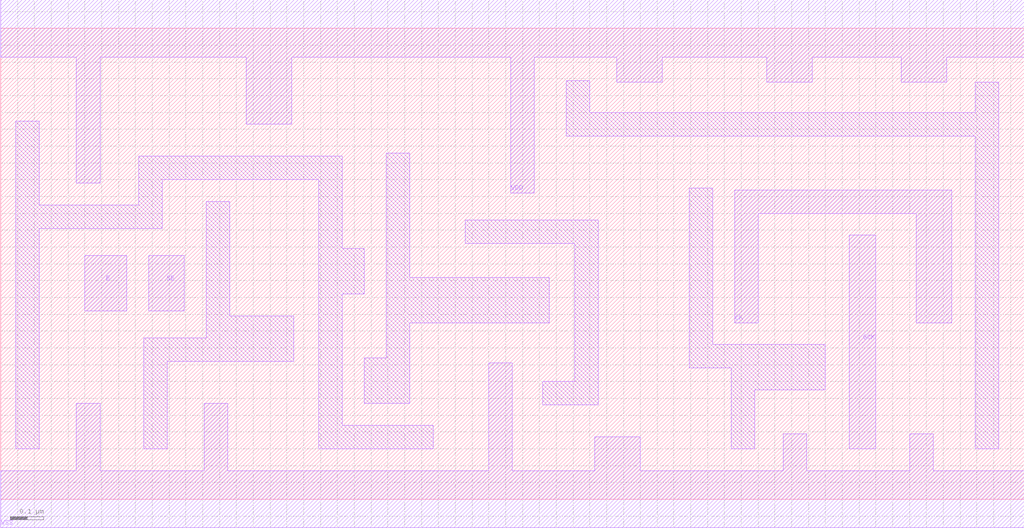
<source format=lef>
# 
# ******************************************************************************
# *                                                                            *
# *                   Copyright (C) 2004-2010, Nangate Inc.                    *
# *                           All rights reserved.                             *
# *                                                                            *
# * Nangate and the Nangate logo are trademarks of Nangate Inc.                *
# *                                                                            *
# * All trademarks, logos, software marks, and trade names (collectively the   *
# * "Marks") in this program are proprietary to Nangate or other respective    *
# * owners that have granted Nangate the right and license to use such Marks.  *
# * You are not permitted to use the Marks without the prior written consent   *
# * of Nangate or such third party that may own the Marks.                     *
# *                                                                            *
# * This file has been provided pursuant to a License Agreement containing     *
# * restrictions on its use. This file contains valuable trade secrets and     *
# * proprietary information of Nangate Inc., and is protected by U.S. and      *
# * international laws and/or treaties.                                        *
# *                                                                            *
# * The copyright notice(s) in this file does not indicate actual or intended  *
# * publication of this file.                                                  *
# *                                                                            *
# *     NGLibraryCreator, v2010.08-HR32-SP3-2010-08-05 - build 1009061800      *
# *                                                                            *
# ******************************************************************************
# 
# 
# Running on brazil06.nangate.com.br for user Giancarlo Franciscatto (gfr).
# Local time is now Fri, 3 Dec 2010, 19:32:18.
# Main process id is 27821.

VERSION 5.6 ;
BUSBITCHARS "[]" ;
DIVIDERCHAR "/" ;

MACRO CLKGATETST_X2
  CLASS core ;
  FOREIGN CLKGATETST_X2 0.0 0.0 ;
  ORIGIN 0 0 ;
  SYMMETRY X Y ;
  SITE FreePDK45_38x28_10R_NP_162NW_34O ;
  SIZE 3.04 BY 1.4 ;
  PIN CK
    DIRECTION INPUT ;
    ANTENNAPARTIALMETALAREA 0.102025 LAYER metal1 ;
    ANTENNAPARTIALMETALSIDEAREA 0.3549 LAYER metal1 ;
    ANTENNAGATEAREA 0.0785 ;
    PORT
      LAYER metal1 ;
        POLYGON 2.18 0.525 2.25 0.525 2.25 0.85 2.45 0.85 2.72 0.85 2.72 0.525 2.825 0.525 2.825 0.92 2.45 0.92 2.18 0.92  ;
    END
  END CK
  PIN E
    DIRECTION INPUT ;
    ANTENNAPARTIALMETALAREA 0.020625 LAYER metal1 ;
    ANTENNAPARTIALMETALSIDEAREA 0.0754 LAYER metal1 ;
    ANTENNAGATEAREA 0.02625 ;
    PORT
      LAYER metal1 ;
        POLYGON 0.25 0.56 0.375 0.56 0.375 0.725 0.25 0.725  ;
    END
  END E
  PIN SE
    DIRECTION INPUT ;
    ANTENNAPARTIALMETALAREA 0.017325 LAYER metal1 ;
    ANTENNAPARTIALMETALSIDEAREA 0.0702 LAYER metal1 ;
    ANTENNAGATEAREA 0.02625 ;
    PORT
      LAYER metal1 ;
        POLYGON 0.44 0.56 0.545 0.56 0.545 0.725 0.44 0.725  ;
    END
  END SE
  PIN GCK
    DIRECTION OUTPUT ;
    ANTENNAPARTIALMETALAREA 0.0508 LAYER metal1 ;
    ANTENNAPARTIALMETALSIDEAREA 0.1859 LAYER metal1 ;
    ANTENNADIFFAREA 0.1155 ;
    PORT
      LAYER metal1 ;
        POLYGON 2.52 0.15 2.6 0.15 2.6 0.785 2.52 0.785  ;
    END
  END GCK
  PIN VDD
    DIRECTION INOUT ;
    USE power ;
    SHAPE ABUTMENT ;
    PORT
      LAYER metal1 ;
        POLYGON 0 1.315 0.225 1.315 0.225 0.94 0.295 0.94 0.295 1.315 0.73 1.315 0.73 1.115 0.865 1.115 0.865 1.315 1.515 1.315 1.515 0.91 1.585 0.91 1.585 1.315 1.83 1.315 1.83 1.24 1.965 1.24 1.965 1.315 2.275 1.315 2.275 1.24 2.41 1.24 2.41 1.315 2.675 1.315 2.675 1.24 2.81 1.24 2.81 1.315 2.965 1.315 3.04 1.315 3.04 1.485 2.965 1.485 0 1.485  ;
    END
  END VDD
  PIN VSS
    DIRECTION INOUT ;
    USE ground ;
    SHAPE ABUTMENT ;
    PORT
      LAYER metal1 ;
        POLYGON 0 -0.085 3.04 -0.085 3.04 0.085 2.77 0.085 2.77 0.195 2.7 0.195 2.7 0.085 2.395 0.085 2.395 0.195 2.325 0.195 2.325 0.085 1.9 0.085 1.9 0.185 1.765 0.185 1.765 0.085 1.52 0.085 1.52 0.405 1.45 0.405 1.45 0.085 0.675 0.085 0.675 0.285 0.605 0.285 0.605 0.085 0.295 0.085 0.295 0.285 0.225 0.285 0.225 0.085 0 0.085  ;
    END
  END VSS
  OBS
      LAYER metal1 ;
        POLYGON 0.425 0.15 0.495 0.15 0.495 0.41 0.87 0.41 0.87 0.545 0.68 0.545 0.68 0.885 0.61 0.885 0.61 0.48 0.425 0.48  ;
        POLYGON 0.045 0.15 0.115 0.15 0.115 0.805 0.48 0.805 0.48 0.95 0.945 0.95 0.945 0.15 1.285 0.15 1.285 0.22 1.015 0.22 1.015 0.61 1.08 0.61 1.08 0.745 1.015 0.745 1.015 1.02 0.41 1.02 0.41 0.875 0.115 0.875 0.115 1.125 0.045 1.125  ;
        POLYGON 1.08 0.285 1.215 0.285 1.215 0.525 1.63 0.525 1.63 0.66 1.215 0.66 1.215 1.03 1.145 1.03 1.145 0.42 1.08 0.42  ;
        POLYGON 1.38 0.76 1.705 0.76 1.705 0.35 1.61 0.35 1.61 0.28 1.775 0.28 1.775 0.83 1.38 0.83  ;
        POLYGON 2.045 0.39 2.17 0.39 2.17 0.15 2.24 0.15 2.24 0.325 2.45 0.325 2.45 0.46 2.115 0.46 2.115 0.925 2.045 0.925  ;
        POLYGON 1.68 1.08 2.895 1.08 2.895 0.15 2.965 0.15 2.965 1.24 2.895 1.24 2.895 1.15 1.75 1.15 1.75 1.245 1.68 1.245  ;
  END
END CLKGATETST_X2

END LIBRARY
#
# End of file
#

</source>
